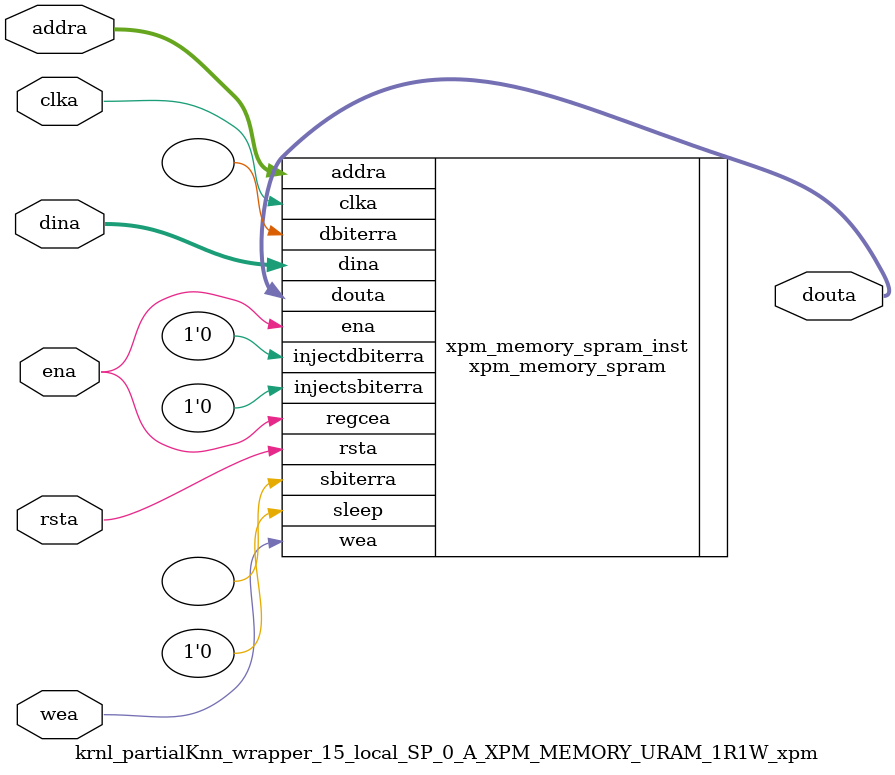
<source format=v>
`timescale 1 ns / 1 ps
module krnl_partialKnn_wrapper_15_local_SP_0_A_XPM_MEMORY_URAM_1R1W_xpm # (
  // Common module parameters
  parameter integer                 MEMORY_SIZE        = 524288,
  parameter                         MEMORY_PRIMITIVE   = "ultra",
  parameter                         ECC_MODE           = "no_ecc",
  parameter                         MEMORY_INIT_FILE   = "none",
  parameter                         WAKEUP_TIME        = "disable_sleep",
  parameter integer                 MESSAGE_CONTROL    = 0,
  // Port A module parameters
  parameter integer                 WRITE_DATA_WIDTH_A = 256,
  parameter integer                 READ_DATA_WIDTH_A  = WRITE_DATA_WIDTH_A,
  parameter integer                 BYTE_WRITE_WIDTH_A = WRITE_DATA_WIDTH_A,
  parameter integer                 ADDR_WIDTH_A       = 11,
  parameter                         READ_RESET_VALUE_A = "0",
  parameter integer                 READ_LATENCY_A     = 1,
  parameter                         WRITE_MODE_A       = "read_first"
) (
  // Port A module ports
  input  wire                                               clka,
  input  wire                                               rsta,
  input  wire                                               ena,
  input  wire [(WRITE_DATA_WIDTH_A/BYTE_WRITE_WIDTH_A)-1:0] wea,
  input  wire [ADDR_WIDTH_A-1:0]                            addra,
  input  wire [WRITE_DATA_WIDTH_A-1:0]                      dina,
  output wire [READ_DATA_WIDTH_A-1:0]                       douta
);
// Set parameter values and connect ports to instantiate an XPM_MEMORY single port RAM configuration
xpm_memory_spram # (
  // Common module parameters
  .MEMORY_SIZE        (MEMORY_SIZE),   //positive integer
  .MEMORY_PRIMITIVE   (MEMORY_PRIMITIVE),      //string; "auto", "distributed", "block" or "ultra";
  .ECC_MODE           (ECC_MODE),      //do not change
  .MEMORY_INIT_FILE   (MEMORY_INIT_FILE), //string; "none" or "<filename>.mem" 
  .MEMORY_INIT_PARAM  (""), //string;
  .WAKEUP_TIME        (WAKEUP_TIME),      //string; "disable_sleep" or "use_sleep_pin"
  .MESSAGE_CONTROL    (MESSAGE_CONTROL),      //do not change
  // Port A module parameters
  .WRITE_DATA_WIDTH_A (WRITE_DATA_WIDTH_A),     //positive integer
  .READ_DATA_WIDTH_A  (READ_DATA_WIDTH_A),     //positive integer
  .BYTE_WRITE_WIDTH_A (BYTE_WRITE_WIDTH_A),     //integer; 8, 9, or WRITE_DATA_WIDTH_A value
  .ADDR_WIDTH_A       (ADDR_WIDTH_A),      //positive integer
  .READ_RESET_VALUE_A (READ_RESET_VALUE_A),  //string
  .READ_LATENCY_A     (READ_LATENCY_A),      //non-negative integer
  .WRITE_MODE_A       (WRITE_MODE_A)       //string; "write_first", "read_first", "no_change"
) xpm_memory_spram_inst (
  // Common module ports
  .sleep          (1'b0),  //do not change
  // Port A module ports
  .clka           (clka),
  .rsta           (rsta),
  .ena            (ena),
  .regcea         (ena),
  .wea            (wea),
  .addra          (addra),
  .dina           (dina),
  .injectsbiterra (1'b0),  //do not change
  .injectdbiterra (1'b0),  //do not change
  .douta          (douta),
  .sbiterra       (),      //do not change
  .dbiterra       ()       //do not change
);
endmodule
</source>
